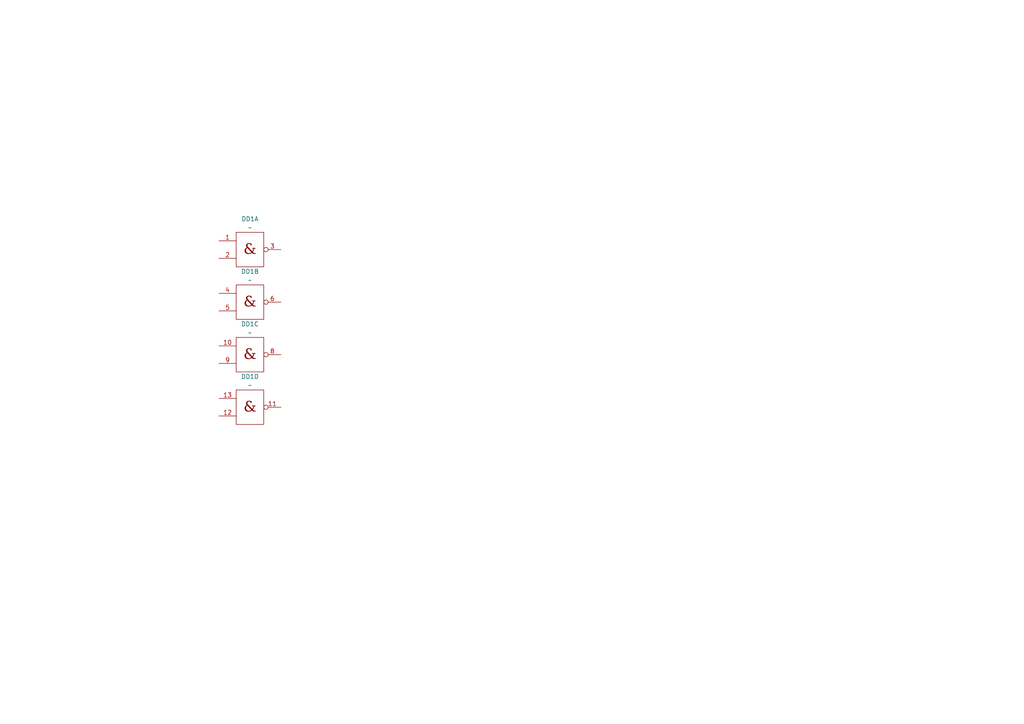
<source format=kicad_sch>
(kicad_sch (version 20231120) (generator "eeschema") (generator_version "8.0")
  (paper "A4")
  (lib_symbols
    (symbol "Pr4:К155ЛА3"
      (property "Reference" "DD" (at 0 6.35 0))
      (symbol "К155ЛА3_1_1"
        (rectangle (start -3.89 5) (end 4.11 -5) (stroke (width 0) (color 128 0 0 1)))
        (text "&" (at 0.11 0 0) (effects (font (size 3 3))))
        (pin input line (at -8.89 2.54 0) (length 5) (name "") (number "1"))
        (pin input line (at -8.89 -2.54 0) (length 5) (name "") (number "2"))
        (pin input inverted (at 9.11 0 180) (length 5) (name "") (number "3"))
      )
      (symbol "К155ЛА3_2_1"
        (rectangle (start -3.89 5) (end 4.11 -5) (stroke (width 0) (color 128 0 0 1)))
        (text "&" (at 0.11 0 0) (effects (font (size 3 3))))
        (pin input line (at -8.89 2.54 0) (length 5) (name "") (number "4"))
        (pin input line (at -8.89 -2.54 0) (length 5) (name "") (number "5"))
        (pin input inverted (at 9.11 0 180) (length 5) (name "") (number "6"))
      )
      (symbol "К155ЛА3_3_1"
        (rectangle (start -3.89 5) (end 4.11 -5) (stroke (width 0) (color 128 0 0 1)))
        (text "&" (at 0.11 0 0) (effects (font (size 3 3))))
        (pin input line (at -8.89 2.54 0) (length 5) (name "") (number "10"))
        (pin input inverted (at 9.11 0 180) (length 5) (name "") (number "8"))
        (pin input line (at -8.89 -2.54 0) (length 5) (name "") (number "9"))
      )
      (symbol "К155ЛА3_4_1"
        (rectangle (start -3.89 5) (end 4.11 -5) (stroke (width 0) (color 128 0 0 1)))
        (text "&" (at 0.11 0 0) (effects (font (size 3 3))))
        (pin input inverted (at 9.11 0 180) (length 5) (name "") (number "11"))
        (pin input line (at -8.89 -2.54 0) (length 5) (name "") (number "12"))
        (pin input line (at -8.89 2.54 0) (length 5) (name "") (number "13"))
      )
    )
  )
  (symbol (lib_id "Pr4:К155ЛА3") (at 72.39 102.87 0) (unit 3)
    (property "Reference" "DD1" (at 72.5 93.98 0))
    (property "Value" "~" (at 72.5 96.52 0))
    (property "Footprint" "Pr4:К155ЛА3" (effects (hide yes)))
  )
  (symbol (lib_id "Pr4:К155ЛА3") (at 72.39 72.39 0) (unit 1)
    (property "Reference" "DD1" (at 72.5 63.5 0))
    (property "Value" "~" (at 72.5 66.04 0))
    (property "Footprint" "Pr4:К155ЛА3" (effects (hide yes)))
  )
  (symbol (lib_id "Pr4:К155ЛА3") (at 72.39 87.63 0) (unit 2)
    (property "Reference" "DD1" (at 72.5 78.74 0))
    (property "Value" "~" (at 72.5 81.28 0))
    (property "Footprint" "Pr4:К155ЛА3" (effects (hide yes)))
  )
  (symbol (lib_id "Pr4:К155ЛА3") (at 72.39 118.11 0) (unit 4)
    (property "Reference" "DD1" (at 72.5 109.22 0))
    (property "Value" "~" (at 72.5 111.76 0))
    (property "Footprint" "Pr4:К155ЛА3" (effects (hide yes)))
  )
)
</source>
